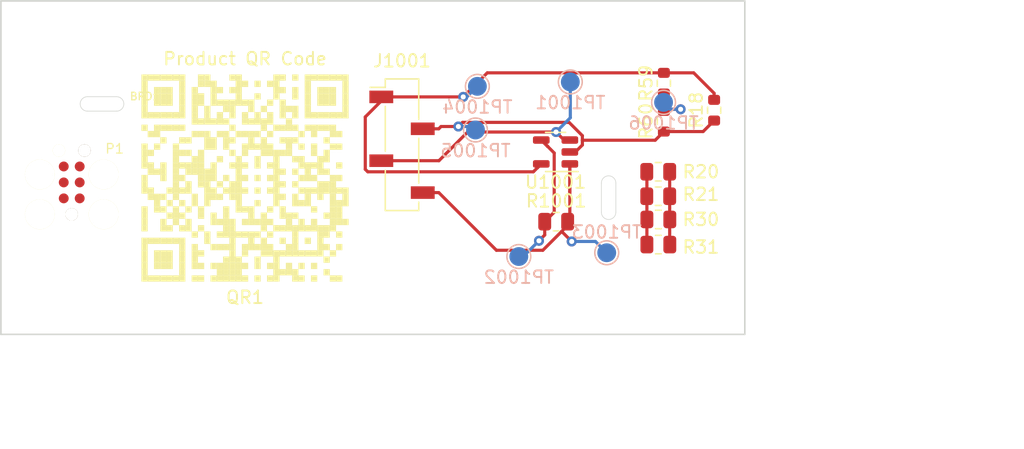
<source format=kicad_pcb>
(kicad_pcb (version 20211014) (generator pcbnew)
  (title_block (date "2021-12-24") (rev "01"))
  (layers (0 "F.Cu" signal) (31 "B.Cu" signal) (34 "B.Paste" user) (35 "F.Paste" user) (36 "B.SilkS" user "B.Silkscreen") (37 "F.SilkS" user "F.Silkscreen") (38 "B.Mask" user) (39 "F.Mask" user) (44 "Edge.Cuts" user))
  (net 0 "")
  (net 1 "/OUT")
  (net 2 "GND")
  (net 3 "/IN")
  (net 4 "VCC")
  (net 5 "/_AOPIN+")
  (net 6 "/V_HW_TYPE")
  (net 7 "Net-(P1-Pad6)")
  (net 8 "Net-(P1-Pad5)")
  (net 9 "Net-(P1-Pad4)")
  (net 10 "Net-(P1-Pad3)")
  (net 11 "Net-(P1-Pad2)")
  (net 12 "Net-(P1-Pad1)")
  (net 13 "Net-(R20-Pad2)")
  (net 14 "Net-(R20-Pad1)")
  (footprint "Connector_PinSocket_2.54mm:PinSocket_1x04_P2.54mm_Vertical_SMD_Pin1Left" (layer "F.Cu") (at 147.8 95.25)
    (fp_text reference "J1001" (at 0 -6.68) (layer "F.SilkS"))
    (fp_text value "SSM-104-L-SV")
    (pad "1" smd rect locked (at -1.65 -3.81) (size 1.9 1) (layers "F.Cu" "F.Paste" "F.Mask") (net 4 "VCC"))
    (pad "2" smd rect locked (at 1.65 -1.27) (size 1.9 1) (layers "F.Cu" "F.Paste" "F.Mask") (net 2 "GND"))
    (pad "3" smd rect locked (at -1.65 1.27) (size 1.9 1) (layers "F.Cu" "F.Paste" "F.Mask") (net 3 "/IN"))
    (pad "4" smd rect locked (at 1.65 3.81) (size 1.9 1) (layers "F.Cu" "F.Paste" "F.Mask") (net 1 "/OUT"))
  )
  (footprint "tc7:TC5" (layer "F.Cu") (at 135.3 97.9)
    (fp_text reference "QR1" (at 0 9.5) (layer "F.SilkS"))
    (fp_text value "Product QR Code" (at 0 -9.5) (layer "F.SilkS"))
  )
  (footprint "Resistor_SMD:R_0805_2012Metric" (layer "F.Cu") (at 160.075 101.375)
    (fp_text reference "R1001" (at 0 -1.65) (layer "F.SilkS"))
    (fp_text value "10k")
    (pad "1" smd roundrect locked (at -0.9125 0) (size 1.025 1.4) (layers "F.Cu" "F.Paste" "F.Mask") (roundrect_rratio 0.243902) (net 5 "/_AOPIN+"))
    (pad "2" smd roundrect locked (at 0.9125 0) (size 1.025 1.4) (layers "F.Cu" "F.Paste" "F.Mask") (roundrect_rratio 0.243902) (net 1 "/OUT"))
  )
  (footprint "Package_TO_SOT_SMD:SOT-23-5" (layer "F.Cu") (at 160.025 95.825 180)
    (fp_text reference "U1001" (at 0 -2.4) (layer "F.SilkS"))
    (fp_text value "MCP6001-OT")
    (pad "1" smd roundrect locked (at -1.1375 -0.95 180) (size 1.325 0.6) (layers "F.Cu" "F.Paste" "F.Mask") (net 1 "/OUT"))
    (pad "2" smd roundrect locked (at -1.1375 0 180) (size 1.325 0.6) (layers "F.Cu" "F.Paste" "F.Mask") (net 2 "GND"))
    (pad "3" smd roundrect locked (at -1.1375 0.95 180) (size 1.325 0.6) (layers "F.Cu" "F.Paste" "F.Mask") (net 3 "/IN"))
    (pad "4" smd roundrect locked (at 1.1375 0.95 180) (size 1.325 0.6) (layers "F.Cu" "F.Paste" "F.Mask") (net 5 "/_AOPIN+"))
    (pad "5" smd roundrect locked (at 1.1375 -0.95 180) (size 1.325 0.6) (layers "F.Cu" "F.Paste" "F.Mask") (net 4 "VCC"))
  )
  (footprint "tc7:DemoBoard" (layer "F.Cu") (at 127.325 91.1)
    (fp_text reference "BRD1" (at 0 0.3) (layer "F.SilkS") (effects (font (size 0.6 0.6) (thickness 0.1))))
    (fp_text value "SYM_Arrow_XLarge")
    (fp_line (start 47.77 19.25) (end 47.77 -7.3) (layer "Edge.Cuts") (width 0.12))
    (fp_line (start -11.46 -7.3) (end 47.77 -7.3) (layer "Edge.Cuts") (width 0.12))
    (fp_line (start -11.46 19.25) (end -11.46 -7.3) (layer "Edge.Cuts") (width 0.12))
    (fp_line (start 47.77 19.25) (end -11.46 19.25) (layer "Edge.Cuts") (width 0.12))
  )
  (footprint "Resistor_SMD:R_0603_1608Metric" (layer "F.Cu") (at 168.65 90.35 90)
    (fp_text reference "R59" (at 0 -1.43 90) (layer "F.SilkS"))
    (fp_text value "100k")
    (pad "1" smd roundrect locked (at -0.825 0 90) (size 0.8 0.95) (layers "F.Cu" "F.Paste" "F.Mask") (net 6 "/V_HW_TYPE"))
    (pad "2" smd roundrect locked (at 0.825 0 90) (size 0.8 0.95) (layers "F.Cu" "F.Paste" "F.Mask") (net 4 "VCC"))
  )
  (footprint "Resistor_SMD:R_0603_1608Metric" (layer "F.Cu") (at 168.65 93.375 90)
    (fp_text reference "R60" (at 0 -1.43 90) (layer "F.SilkS"))
    (fp_text value "100k")
    (pad "1" smd roundrect locked (at -0.825 0 90) (size 0.8 0.95) (layers "F.Cu" "F.Paste" "F.Mask") (net 2 "GND"))
    (pad "2" smd roundrect locked (at 0.825 0 90) (size 0.8 0.95) (layers "F.Cu" "F.Paste" "F.Mask") (net 6 "/V_HW_TYPE"))
  )
  (footprint "Resistor_SMD:R_0603_1608Metric" (layer "F.Cu") (at 172.65 92.5 90)
    (fp_text reference "R18" (at 0 -1.43 90) (layer "F.SilkS"))
    (fp_text value "100k")
    (pad "1" smd roundrect locked (at -0.825 0 90) (size 0.8 0.95) (layers "F.Cu" "F.Paste" "F.Mask") (net 2 "GND"))
    (pad "2" smd roundrect locked (at 0.825 0 90) (size 0.8 0.95) (layers "F.Cu" "F.Paste" "F.Mask") (net 4 "VCC"))
  )
  (footprint "tc7:TC2030-MCP-FP" (layer "F.Cu") (at 121.5 98.25 90)
    (fp_text reference "P1" (at 2.68478 3.4163 180) (layer "F.SilkS") (effects (font (size 0.76 0.76) (thickness 0.1))))
    (fp_text value "TC2030")
    (pad "" np_thru_hole circle locked (at 2.54 -1.016 90) (size 0.991 0.991) (drill 0.991) (layers *.Cu *.Mask "F.SilkS"))
    (pad "" np_thru_hole circle locked (at 0.635 2.54 90) (size 2.3749 2.3749) (drill 2.3749) (layers *.Cu *.Mask "F.SilkS"))
    (pad "" np_thru_hole circle locked (at 2.54 1.016 90) (size 0.991 0.991) (drill 0.99) (layers *.Cu *.Mask "F.SilkS"))
    (pad "" np_thru_hole circle locked (at 0.635 -2.54 90) (size 2.3749 2.3749) (drill 2.3749) (layers *.Cu *.Mask "F.SilkS"))
    (pad "" np_thru_hole circle locked (at -2.54 0 90) (size 0.991 0.991) (drill 0.9906) (layers *.Cu *.Mask "F.SilkS"))
    (pad "" np_thru_hole circle locked (at -2.54 2.54 90) (size 2.3749 2.3749) (drill 2.3749) (layers *.Cu *.Mask "F.SilkS"))
    (pad "" np_thru_hole circle locked (at -2.54 -2.54 90) (size 2.3749 2.3749) (drill 2.3749) (layers *.Cu *.Mask "F.SilkS"))
    (pad "1" connect circle locked (at -1.27 0.635 90) (size 0.787 0.787) (layers "F.Cu" "F.Mask") (net 12 "Net-(P1-Pad1)") (clearance 0.4826))
    (pad "2" connect circle locked (at -1.27 -0.635 90) (size 0.787 0.787) (layers "F.Cu" "F.Mask") (net 11 "Net-(P1-Pad2)") (clearance 0.4826))
    (pad "3" connect circle locked (at 0 0.635 90) (size 0.787 0.787) (layers "F.Cu" "F.Mask") (net 10 "Net-(P1-Pad3)") (clearance 0.4191))
    (pad "4" connect circle locked (at 0 -0.635 90) (size 0.787 0.787) (layers "F.Cu" "F.Mask") (net 9 "Net-(P1-Pad4)") (clearance 0.4191))
    (pad "5" connect circle locked (at 1.27 0.635 90) (size 0.787 0.787) (layers "F.Cu" "F.Mask") (net 8 "Net-(P1-Pad5)") (clearance 0.4191))
    (pad "6" connect circle locked (at 1.27 -0.635 180) (size 0.787 0.787) (layers "F.Cu" "F.Mask") (net 7 "Net-(P1-Pad6)") (clearance 0.4191))
  )
  (footprint "Resistor_SMD:R_0805_2012Metric" (layer "F.Cu") (at 168.2 97.4)
    (fp_text reference "R20" (at 3.4 0) (layer "F.SilkS"))
    (fp_text value "330R" hide)
    (pad "1" smd roundrect locked (at -0.9125 0) (size 1.025 1.4) (layers "F.Cu" "F.Paste" "F.Mask") (roundrect_rratio 0.243902) (net 14 "Net-(R20-Pad1)"))
    (pad "2" smd roundrect locked (at 0.9125 0) (size 1.025 1.4) (layers "F.Cu" "F.Paste" "F.Mask") (roundrect_rratio 0.243902) (net 13 "Net-(R20-Pad2)"))
  )
  (footprint "Resistor_SMD:R_0805_2012Metric" (layer "F.Cu") (at 168.2 99.35)
    (fp_text reference "R21" (at 3.4 -0.15) (layer "F.SilkS"))
    (fp_text value "150k" hide)
    (pad "1" smd roundrect locked (at -0.9125 0) (size 1.025 1.4) (layers "F.Cu" "F.Paste" "F.Mask") (roundrect_rratio 0.243902) (net 14 "Net-(R20-Pad1)"))
    (pad "2" smd roundrect locked (at 0.9125 0) (size 1.025 1.4) (layers "F.Cu" "F.Paste" "F.Mask") (roundrect_rratio 0.243902) (net 13 "Net-(R20-Pad2)"))
  )
  (footprint "Resistor_SMD:R_0805_2012Metric" (layer "F.Cu") (at 168.21 101.2)
    (fp_text reference "R30" (at 3.39 0) (layer "F.SilkS"))
    (fp_text value "0R" hide)
    (pad "1" smd roundrect locked (at -0.9125 0) (size 1.025 1.4) (layers "F.Cu" "F.Paste" "F.Mask") (roundrect_rratio 0.243902) (net 14 "Net-(R20-Pad1)"))
    (pad "2" smd roundrect locked (at 0.9125 0) (size 1.025 1.4) (layers "F.Cu" "F.Paste" "F.Mask") (roundrect_rratio 0.243902) (net 13 "Net-(R20-Pad2)"))
  )
  (footprint "Resistor_SMD:R_0805_2012Metric" (layer "F.Cu") (at 168.21 103.2)
    (fp_text reference "R31" (at 3.39 0.2) (layer "F.SilkS"))
    (fp_text value "0R" hide)
    (pad "1" smd roundrect locked (at -0.9125 0) (size 1.025 1.4) (layers "F.Cu" "F.Paste" "F.Mask") (roundrect_rratio 0.243902) (net 14 "Net-(R20-Pad1)"))
    (pad "2" smd roundrect locked (at 0.9125 0) (size 1.025 1.4) (layers "F.Cu" "F.Paste" "F.Mask") (roundrect_rratio 0.243902) (net 13 "Net-(R20-Pad2)"))
  )
  (footprint "TestPoint:TestPoint_Pad_D1.5mm" (layer "B.Cu") (at 161.2 90.25)
    (fp_text reference "TP1001" (at 0 1.648) (layer "B.SilkS") (effects (justify mirror)))
    (fp_text value "TP_IN")
    (pad "1" smd circle locked (at 0 0) (size 1.5 1.5) (layers "B.Cu" "B.Mask") (net 3 "/IN"))
  )
  (footprint "TestPoint:TestPoint_Pad_D1.5mm" (layer "B.Cu") (at 157.1 104.15)
    (fp_text reference "TP1002" (at 0 1.648) (layer "B.SilkS") (effects (justify mirror)))
    (fp_text value "TP_NEG")
    (pad "1" smd circle locked (at 0 0) (size 1.5 1.5) (layers "B.Cu" "B.Mask") (net 5 "/_AOPIN+"))
  )
  (footprint "TestPoint:TestPoint_Pad_D1.5mm" (layer "B.Cu") (at 164.1 103.85 180)
    (fp_text reference "TP1003" (at 0 1.648) (layer "B.SilkS") (effects (justify mirror)))
    (fp_text value "TP_OUT")
    (pad "1" smd circle locked (at 0 0 180) (size 1.5 1.5) (layers "B.Cu" "B.Mask") (net 1 "/OUT"))
  )
  (footprint "TestPoint:TestPoint_Pad_D1.5mm" (layer "B.Cu") (at 153.8 90.6)
    (fp_text reference "TP1004" (at 0 1.648) (layer "B.SilkS") (effects (justify mirror)))
    (fp_text value "TP_VCC")
    (pad "1" smd circle locked (at 0 0) (size 1.5 1.5) (layers "B.Cu" "B.Mask") (net 4 "VCC"))
  )
  (footprint "TestPoint:TestPoint_Pad_D1.5mm" (layer "B.Cu") (at 153.65 94.075)
    (fp_text reference "TP1005" (at 0 1.648) (layer "B.SilkS") (effects (justify mirror)))
    (fp_text value "TP_GND")
    (pad "1" smd circle locked (at 0 0) (size 1.5 1.5) (layers "B.Cu" "B.Mask") (net 2 "GND"))
  )
  (footprint "TestPoint:TestPoint_Pad_D1.5mm" (layer "B.Cu") (at 168.625 91.875)
    (fp_text reference "TP1006" (at 0 1.648) (layer "B.SilkS") (effects (justify mirror)))
    (fp_text value "TP_HW_TYPE")
    (pad "1" smd circle locked (at 0 0) (size 1.5 1.5) (layers "B.Cu" "B.Mask") (net 6 "/V_HW_TYPE"))
  )
  (gr_line (start 122.75 91.425) (end 125.075 91.425) (layer "Edge.Cuts") (width 0.05))
  (gr_arc (start 125.075 91.425) (mid 125.65 92) (end 125.075 92.575) (layer "Edge.Cuts") (width 0.05))
  (gr_line (start 122.75 92.575) (end 125.075 92.575) (layer "Edge.Cuts") (width 0.05))
  (gr_line (start 163.675 100.625) (end 163.675 98.3) (layer "Edge.Cuts") (width 0.05))
  (gr_arc (start 164.825 100.625) (mid 164.25 101.2) (end 163.675 100.625) (layer "Edge.Cuts") (width 0.05))
  (gr_arc (start 163.675 98.3) (mid 164.25 97.725) (end 164.825 98.3) (layer "Edge.Cuts") (width 0.05))
  (gr_line (start 164.825 100.625) (end 164.825 98.3) (layer "Edge.Cuts") (width 0.05))
  (gr_arc (start 122.75 92.575) (mid 122.175 92) (end 122.75 91.425) (layer "Edge.Cuts") (width 0.05))
  (segment (start 160.988 101.5255) (end 160.9875 101.525) (width 0.25) (layer "F.Cu") (net 1))
  (segment (start 161.162 98.9875) (end 161.1625 98.987) (width 0.25) (layer "F.Cu") (net 1))
  (segment (start 160.512 102.152) (end 161.311 102.951) (width 0.25) (layer "F.Cu") (net 1))
  (segment (start 150.725 99.06) (end 155.318 103.653) (width 0.25) (layer "F.Cu") (net 1))
  (segment (start 155.318 103.653) (end 159.011 103.653) (width 0.25) (layer "F.Cu") (net 1))
  (segment (start 160.988 101.5255) (end 160.988 101.375) (width 0.25) (layer "F.Cu") (net 1))
  (segment (start 160.988 101.375) (end 161.162 101.2) (width 0.25) (layer "F.Cu") (net 1))
  (segment (start 160.9875 101.525) (end 160.9875 101.375) (width 0.25) (layer "F.Cu") (net 1))
  (segment (start 161.1625 98.987) (end 161.1625 96.775) (width 0.25) (layer "F.Cu") (net 1))
  (segment (start 160.512 102.152) (end 160.988 101.676) (width 0.25) (layer "F.Cu") (net 1))
  (segment (start 149.45 99.06) (end 150.725 99.06) (width 0.25) (layer "F.Cu") (net 1))
  (segment (start 159.011 103.653) (end 160.512 102.152) (width 0.25) (layer "F.Cu") (net 1))
  (segment (start 161.162 98.9875) (end 161.162 96.775) (width 0.25) (layer "F.Cu") (net 1))
  (segment (start 161.162 101.2) (end 161.162 98.9875) (width 0.25) (layer "F.Cu") (net 1))
  (segment (start 160.988 101.676) (end 160.988 101.5255) (width 0.25) (layer "F.Cu") (net 1))
  (via (at 161.311 102.951) (size 0.8) (drill 0.4) (layers "F.Cu" "B.Cu") (net 1))
  (segment (start 161.311 102.951) (end 163.201 102.951) (width 0.25) (layer "B.Cu") (net 1))
  (segment (start 163.201 102.951) (end 164.1 103.85) (width 0.25) (layer "B.Cu") (net 1))
  (segment (start 162.16 94.8914) (end 162.16 94.5281) (width 0.25) (layer "F.Cu") (net 2))
  (segment (start 150.725 93.98) (end 150.907 93.798) (width 0.25) (layer "F.Cu") (net 2))
  (segment (start 167.9586 94.8914) (end 168.65 94.2) (width 0.25) (layer "F.Cu") (net 2))
  (segment (start 162.16 94.5281) (end 161.102 93.4698) (width 0.25) (layer "F.Cu") (net 2))
  (segment (start 161.1625 95.825) (end 161.604 95.825) (width 0.25) (layer "F.Cu") (net 2))
  (segment (start 171.775 94.2) (end 172.65 93.325) (width 0.25) (layer "F.Cu") (net 2))
  (segment (start 149.45 93.98) (end 150.725 93.98) (width 0.25) (layer "F.Cu") (net 2))
  (segment (start 162.16 95.2694) (end 162.16 94.8914) (width 0.25) (layer "F.Cu") (net 2))
  (segment (start 152.614 93.4698) (end 152.286 93.798) (width 0.25) (layer "F.Cu") (net 2))
  (segment (start 161.102 93.4698) (end 152.614 93.4698) (width 0.25) (layer "F.Cu") (net 2))
  (segment (start 150.907 93.798) (end 152.286 93.798) (width 0.25) (layer "F.Cu") (net 2))
  (segment (start 162.16 94.8914) (end 167.9586 94.8914) (width 0.25) (layer "F.Cu") (net 2))
  (segment (start 161.162 95.825) (end 161.1625 95.825) (width 0.25) (layer "F.Cu") (net 2))
  (segment (start 168.65 94.2) (end 171.775 94.2) (width 0.25) (layer "F.Cu") (net 2))
  (segment (start 161.604 95.825) (end 162.16 95.2694) (width 0.25) (layer "F.Cu") (net 2))
  (via (at 152.286 93.798) (size 0.8) (drill 0.4) (layers "F.Cu" "B.Cu") (net 2))
  (segment (start 153.373 93.7981) (end 152.286 93.7981) (width 0.25) (layer "B.Cu") (net 2))
  (segment (start 152.286 93.7981) (end 152.286 93.798) (width 0.25) (layer "B.Cu") (net 2))
  (segment (start 153.65 94.075) (end 153.373 93.7981) (width 0.25) (layer "B.Cu") (net 2))
  (segment (start 146.15 96.52) (end 150.741 96.52) (width 0.25) (layer "F.Cu") (net 3))
  (segment (start 160.702 94.875) (end 160.064 94.2369) (width 0.25) (layer "F.Cu") (net 3))
  (segment (start 153.024 94.2369) (end 160.064 94.2369) (width 0.25) (layer "F.Cu") (net 3))
  (segment (start 161.162 94.875) (end 161.1625 94.875) (width 0.25) (layer "F.Cu") (net 3))
  (segment (start 161.162 94.875) (end 160.702 94.875) (width 0.25) (layer "F.Cu") (net 3))
  (segment (start 150.741 96.52) (end 153.024 94.2369) (width 0.25) (layer "F.Cu") (net 3))
  (via (at 160.064 94.2369) (size 0.8) (drill 0.4) (layers "F.Cu" "B.Cu") (net 3))
  (segment (start 161.2 90.25) (end 161.2 93.1013) (width 0.25) (layer "B.Cu") (net 3))
  (segment (start 161.2 93.1013) (end 160.064 94.2369) (width 0.25) (layer "B.Cu") (net 3))
  (segment (start 172.65 91.675) (end 172.65 91.15) (width 0.25) (layer "F.Cu") (net 4))
  (segment (start 158.258 97.4042) (end 158.573 97.0896) (width 0.25) (layer "F.Cu") (net 4))
  (segment (start 146.15 91.44) (end 146.469 91.44) (width 0.25) (layer "F.Cu") (net 4))
  (segment (start 144.875 93.0343) (end 144.875 97.2059) (width 0.25) (layer "F.Cu") (net 4))
  (segment (start 158.8875 96.7751) (end 158.8875 96.775) (width 0.25) (layer "F.Cu") (net 4))
  (segment (start 144.875 97.2059) (end 145.073 97.4042) (width 0.25) (layer "F.Cu") (net 4))
  (segment (start 152.673 91.44) (end 154.588 89.525) (width 0.25) (layer "F.Cu") (net 4))
  (segment (start 146.469 91.44) (end 144.875 93.0343) (width 0.25) (layer "F.Cu") (net 4))
  (segment (start 146.469 91.44) (end 152.673 91.44) (width 0.25) (layer "F.Cu") (net 4))
  (segment (start 145.073 97.4042) (end 158.258 97.4042) (width 0.25) (layer "F.Cu") (net 4))
  (segment (start 158.573 97.0896) (end 158.888 96.775) (width 0.25) (layer "F.Cu") (net 4))
  (segment (start 154.588 89.525) (end 168.65 89.525) (width 0.25) (layer "F.Cu") (net 4))
  (segment (start 158.573 97.0896) (end 158.8875 96.7751) (width 0.25) (layer "F.Cu") (net 4))
  (segment (start 172.65 91.15) (end 171.025 89.525) (width 0.25) (layer "F.Cu") (net 4))
  (segment (start 171.025 89.525) (end 168.65 89.525) (width 0.25) (layer "F.Cu") (net 4))
  (via (at 152.673 91.44) (size 0.8) (drill 0.4) (layers "F.Cu" "B.Cu") (net 4))
  (segment (start 152.96 91.44) (end 152.673 91.44) (width 0.25) (layer "B.Cu") (net 4))
  (segment (start 153.8 90.6) (end 152.96 91.44) (width 0.25) (layer "B.Cu") (net 4))
  (segment (start 159.1625 101.3745) (end 159.162 101.375) (width 0.25) (layer "F.Cu") (net 5))
  (segment (start 159.918 95.9056) (end 159.918 100.619) (width 0.25) (layer "F.Cu") (net 5))
  (segment (start 159.162 101.375) (end 159.162 102.438) (width 0.25) (layer "F.Cu") (net 5))
  (segment (start 159.4028 95.3903) (end 158.8875 94.875) (width 0.25) (layer "F.Cu") (net 5))
  (segment (start 159.403 95.3903) (end 159.918 95.9056) (width 0.25) (layer "F.Cu") (net 5))
  (segment (start 159.918 100.619) (end 159.1625 101.3745) (width 0.25) (layer "F.Cu") (net 5))
  (segment (start 159.162 102.438) (end 158.705 102.896) (width 0.25) (layer "F.Cu") (net 5))
  (segment (start 158.888 94.875) (end 159.403 95.3903) (width 0.25) (layer "F.Cu") (net 5))
  (segment (start 159.403 95.3903) (end 159.4028 95.3903) (width 0.25) (layer "F.Cu") (net 5))
  (segment (start 159.1625 101.3745) (end 159.1625 101.375) (width 0.25) (layer "F.Cu") (net 5))
  (via (at 158.705 102.896) (size 0.8) (drill 0.4) (layers "F.Cu" "B.Cu") (net 5))
  (segment (start 157.1 104.15) (end 157.45 104.15) (width 0.25) (layer "B.Cu") (net 5))
  (segment (start 157.45 104.15) (end 158.705 102.896) (width 0.25) (layer "B.Cu") (net 5))
  (segment (start 168.65 92.4259) (end 168.65 92.55) (width 0.25) (layer "F.Cu") (net 6))
  (segment (start 168.65 91.175) (end 168.65 92.4259) (width 0.25) (layer "F.Cu") (net 6))
  (segment (start 168.65 92.4259) (end 169.983 92.4259) (width 0.25) (layer "F.Cu") (net 6))
  (via (at 169.983 92.4259) (size 0.8) (drill 0.4) (layers "F.Cu" "B.Cu") (net 6))
  (segment (start 168.625 91.875) (end 169.1759 92.4259) (width 0.25) (layer "B.Cu") (net 6))
  (segment (start 169.1759 92.4259) (end 169.983 92.4259) (width 0.25) (layer "B.Cu") (net 6))
  (segment (start 169.1125 103.19) (end 169.1225 103.2) (width 0.25) (layer "F.Cu") (net 13))
  (segment (start 169.1125 97.4) (end 169.1125 103.19) (width 0.25) (layer "F.Cu") (net 13))
  (segment (start 167.2975 97.41) (end 167.2875 97.4) (width 0.25) (layer "F.Cu") (net 14))
  (segment (start 167.2975 103.2) (end 167.2975 97.41) (width 0.25) (layer "F.Cu") (net 14))
)
</source>
